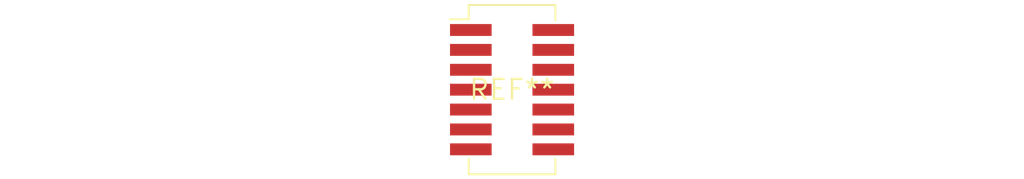
<source format=kicad_pcb>
(kicad_pcb (version 20240108) (generator pcbnew)
  (layers (0 "F.Cu" signal) (31 "B.Cu" signal) (34 "B.Paste" user) (35 "F.Paste" user) (36 "B.SilkS" user "B.Silkscreen") (37 "F.SilkS" user "F.Silkscreen") (38 "B.Mask" user) (39 "F.Mask" user) (44 "Edge.Cuts" user))
  (net 0 "")
  (footprint "SW_DIP_SPSTx07_Slide_KingTek_DSHP07TJ_W5.25mm_P1.27mm_JPin" (layer "F.Cu") (at 0 0)
    (property "Reference" "REF**")
    (property "Value" "SW_DIP_SPSTx07_Slide_KingTek_DSHP07TJ_W5.25mm_P1.27mm_JPin")
    (fp_line (start -3.951 -4.49) (end -2.761 -4.49) (layer "F.SilkS") (stroke (width 0.12)))
    (fp_line (start -2.761 -5.405) (end -2.761 -4.49) (layer "F.SilkS") (stroke (width 0.12)))
    (fp_line (start -2.761 -5.405) (end 2.76 -5.405) (layer "F.SilkS") (stroke (width 0.12)))
    (fp_line (start -2.761 4.43) (end -2.761 5.405) (layer "F.SilkS") (stroke (width 0.12)))
    (fp_line (start -2.761 5.405) (end 2.76 5.405) (layer "F.SilkS") (stroke (width 0.12)))
    (fp_line (start 2.76 -5.405) (end 2.76 -4.43) (layer "F.SilkS") (stroke (width 0.12)))
    (fp_line (start 2.76 4.43) (end 2.76 5.405) (layer "F.SilkS") (stroke (width 0.12)))
    (pad "1" smd rect (at -2.625 -3.81) (size 2.65 0.76) (layers "F.Cu" "F.Paste" "F.Mask"))
    (pad "2" smd rect (at -2.625 -2.54) (size 2.65 0.76) (layers "F.Cu" "F.Paste" "F.Mask"))
    (pad "3" smd rect (at -2.625 -1.27) (size 2.65 0.76) (layers "F.Cu" "F.Paste" "F.Mask"))
    (pad "4" smd rect (at -2.625 0) (size 2.65 0.76) (layers "F.Cu" "F.Paste" "F.Mask"))
    (pad "5" smd rect (at -2.625 1.27) (size 2.65 0.76) (layers "F.Cu" "F.Paste" "F.Mask"))
    (pad "6" smd rect (at -2.625 2.54) (size 2.65 0.76) (layers "F.Cu" "F.Paste" "F.Mask"))
    (pad "7" smd rect (at -2.625 3.81) (size 2.65 0.76) (layers "F.Cu" "F.Paste" "F.Mask"))
    (pad "8" smd rect (at 2.625 3.81) (size 2.65 0.76) (layers "F.Cu" "F.Paste" "F.Mask"))
    (pad "9" smd rect (at 2.625 2.54) (size 2.65 0.76) (layers "F.Cu" "F.Paste" "F.Mask"))
    (pad "10" smd rect (at 2.625 1.27) (size 2.65 0.76) (layers "F.Cu" "F.Paste" "F.Mask"))
    (pad "11" smd rect (at 2.625 0) (size 2.65 0.76) (layers "F.Cu" "F.Paste" "F.Mask"))
    (pad "12" smd rect (at 2.625 -1.27) (size 2.65 0.76) (layers "F.Cu" "F.Paste" "F.Mask"))
    (pad "13" smd rect (at 2.625 -2.54) (size 2.65 0.76) (layers "F.Cu" "F.Paste" "F.Mask"))
    (pad "14" smd rect (at 2.625 -3.81) (size 2.65 0.76) (layers "F.Cu" "F.Paste" "F.Mask"))
  )
)
</source>
